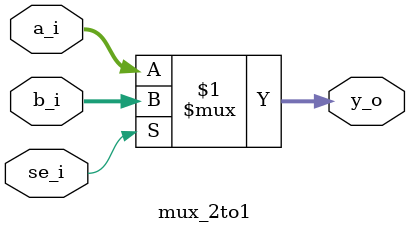
<source format=v>
`timescale 1ns / 1ps
module mux_2to1 (
    input wire [31:0] a_i,
    input wire [31:0] b_i,
    input wire se_i,
    output wire [31:0] y_o
);
assign y_o = se_i ? b_i : a_i;
endmodule

</source>
